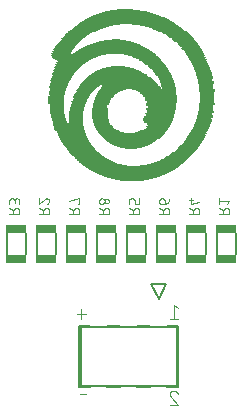
<source format=gbr>
G04 EAGLE Gerber RS-274X export*
G75*
%MOMM*%
%FSLAX34Y34*%
%LPD*%
%INSilkscreen Bottom*%
%IPPOS*%
%AMOC8*
5,1,8,0,0,1.08239X$1,22.5*%
G01*
%ADD10R,2.011681X0.083819*%
%ADD11R,2.849881X0.083819*%
%ADD12R,3.604256X0.083819*%
%ADD13R,4.191000X0.083819*%
%ADD14R,4.693919X0.083819*%
%ADD15R,5.113019X0.083819*%
%ADD16R,5.532119X0.083819*%
%ADD17R,5.867400X0.083819*%
%ADD18R,6.202681X0.083819*%
%ADD19R,6.537962X0.083819*%
%ADD20R,6.873238X0.083819*%
%ADD21R,7.208519X0.083819*%
%ADD22R,7.459981X0.083819*%
%ADD23R,7.711438X0.083819*%
%ADD24R,7.962900X0.083819*%
%ADD25R,3.771900X0.083819*%
%ADD26R,3.352800X0.083819*%
%ADD27R,2.933700X0.083819*%
%ADD28R,3.101338X0.083819*%
%ADD29R,2.766056X0.083819*%
%ADD30R,3.017519X0.083819*%
%ADD31R,2.514600X0.083819*%
%ADD32R,2.430781X0.083819*%
%ADD33R,2.263138X0.083819*%
%ADD34R,2.179319X0.083819*%
%ADD35R,2.682238X0.083819*%
%ADD36R,2.095500X0.083819*%
%ADD37R,2.598419X0.083819*%
%ADD38R,2.011675X0.083819*%
%ADD39R,1.927856X0.083819*%
%ADD40R,1.844037X0.083819*%
%ADD41R,1.760219X0.083819*%
%ADD42R,2.346956X0.083819*%
%ADD43R,2.430775X0.083819*%
%ADD44R,1.005837X0.083819*%
%ADD45R,1.676400X0.083819*%
%ADD46R,2.849875X0.083819*%
%ADD47R,2.346963X0.083819*%
%ADD48R,3.268981X0.083819*%
%ADD49R,1.592581X0.083819*%
%ADD50R,3.520438X0.083819*%
%ADD51R,1.592575X0.083819*%
%ADD52R,4.107181X0.083819*%
%ADD53R,1.508756X0.083819*%
%ADD54R,4.274819X0.083819*%
%ADD55R,4.442456X0.083819*%
%ADD56R,4.861563X0.083819*%
%ADD57R,1.508763X0.083819*%
%ADD58R,5.029200X0.083819*%
%ADD59R,5.196837X0.083819*%
%ADD60R,5.364481X0.083819*%
%ADD61R,1.424937X0.083819*%
%ADD62R,1.927863X0.083819*%
%ADD63R,1.341119X0.083819*%
%ADD64R,1.257300X0.083819*%
%ADD65R,1.173475X0.083819*%
%ADD66R,1.173481X0.083819*%
%ADD67R,3.436619X0.083819*%
%ADD68R,4.861556X0.083819*%
%ADD69R,4.777738X0.083819*%
%ADD70R,6.537956X0.083819*%
%ADD71R,6.370319X0.083819*%
%ADD72R,6.035038X0.083819*%
%ADD73R,5.699756X0.083819*%
%ADD74R,4.945375X0.083819*%
%ADD75R,4.107175X0.083819*%
%ADD76R,3.939538X0.083819*%
%ADD77R,3.688081X0.083819*%
%ADD78R,4.610100X0.083819*%
%ADD79R,6.621781X0.083819*%
%ADD80R,6.118863X0.083819*%
%ADD81R,5.615938X0.083819*%
%ADD82R,5.280663X0.083819*%
%ADD83R,4.945381X0.083819*%
%ADD84R,3.185156X0.083819*%
%ADD85R,0.670556X0.083819*%
%ADD86R,8.130538X0.083819*%
%ADD87R,7.879081X0.083819*%
%ADD88R,7.627619X0.083819*%
%ADD89R,7.292338X0.083819*%
%ADD90R,7.040881X0.083819*%
%ADD91R,6.705600X0.083819*%
%ADD92R,5.951219X0.083819*%
%ADD93C,0.152400*%
%ADD94R,1.750100X0.750100*%
%ADD95C,0.076200*%


D10*
X2553Y27940D03*
D11*
X2553Y28778D03*
D12*
X2972Y29616D03*
D13*
X2553Y30455D03*
D14*
X2553Y31293D03*
D15*
X2972Y32131D03*
D16*
X2553Y32969D03*
D17*
X2553Y33807D03*
D18*
X2553Y34646D03*
D19*
X2553Y35484D03*
D20*
X2553Y36322D03*
D21*
X2553Y37160D03*
D22*
X2972Y37998D03*
D23*
X2553Y38837D03*
D24*
X2972Y39675D03*
D25*
X-19660Y40513D03*
D26*
X26861Y40513D03*
X-22593Y41351D03*
D27*
X29794Y41351D03*
D28*
X-24689Y42189D03*
D29*
X32309Y42189D03*
D30*
X-26784Y43028D03*
D31*
X34404Y43028D03*
D27*
X-28042Y43866D03*
D32*
X35662Y43866D03*
D11*
X-29299Y44704D03*
D33*
X37338Y44704D03*
D29*
X-30556Y45542D03*
D34*
X38595Y45542D03*
D35*
X-31814Y46380D03*
D36*
X39853Y46380D03*
D37*
X-33071Y47219D03*
D38*
X41110Y47219D03*
D37*
X-33909Y48057D03*
D10*
X41948Y48057D03*
D31*
X-35166Y48895D03*
D39*
X43205Y48895D03*
D31*
X-36005Y49733D03*
D40*
X44463Y49733D03*
D31*
X-36843Y50571D03*
D40*
X45301Y50571D03*
D31*
X-37681Y51410D03*
D40*
X46139Y51410D03*
D32*
X-38938Y52248D03*
D41*
X47396Y52248D03*
D32*
X-39776Y53086D03*
D41*
X48235Y53086D03*
D42*
X-40196Y53924D03*
D41*
X49073Y53924D03*
D43*
X-40615Y54762D03*
D44*
X1714Y54762D03*
D41*
X49911Y54762D03*
D32*
X-41453Y55601D03*
D40*
X1714Y55601D03*
D45*
X50330Y55601D03*
D43*
X-42291Y56439D03*
D42*
X1714Y56439D03*
D45*
X51168Y56439D03*
D42*
X-42710Y57277D03*
D46*
X1714Y57277D03*
D45*
X52007Y57277D03*
D47*
X-43548Y58115D03*
D48*
X2134Y58115D03*
D49*
X52426Y58115D03*
D32*
X-43967Y58953D03*
D50*
X1714Y58953D03*
D49*
X53264Y58953D03*
D42*
X-44387Y59792D03*
D25*
X2134Y59792D03*
D51*
X54102Y59792D03*
D42*
X-45225Y60630D03*
D52*
X2134Y60630D03*
D53*
X54521Y60630D03*
D32*
X-45644Y61468D03*
D54*
X2134Y61468D03*
D53*
X55359Y61468D03*
D42*
X-46063Y62306D03*
D55*
X2134Y62306D03*
D51*
X55778Y62306D03*
D43*
X-46482Y63144D03*
D14*
X2553Y63144D03*
D53*
X56197Y63144D03*
D42*
X-46901Y63983D03*
D56*
X2553Y63983D03*
D57*
X57036Y63983D03*
D32*
X-47320Y64821D03*
D58*
X2553Y64821D03*
D57*
X57036Y64821D03*
D47*
X-47739Y65659D03*
D59*
X2553Y65659D03*
D53*
X57874Y65659D03*
D32*
X-48158Y66497D03*
D60*
X2553Y66497D03*
D61*
X58293Y66497D03*
D32*
X-48158Y67335D03*
D16*
X2553Y67335D03*
D53*
X58712Y67335D03*
D43*
X-48997Y68174D03*
D34*
X-15050Y68174D03*
D31*
X18479Y68174D03*
D61*
X59131Y68174D03*
D43*
X-48997Y69012D03*
D62*
X-16307Y69012D03*
D42*
X20155Y69012D03*
D61*
X59969Y69012D03*
D31*
X-49416Y69850D03*
D40*
X-17564Y69850D03*
D34*
X20993Y69850D03*
D61*
X59969Y69850D03*
D32*
X-49835Y70688D03*
D41*
X-17983Y70688D03*
D36*
X22250Y70688D03*
D63*
X60388Y70688D03*
D31*
X-50254Y71526D03*
D45*
X-19241Y71526D03*
D36*
X23089Y71526D03*
D61*
X60808Y71526D03*
D31*
X-50254Y72365D03*
D51*
X-19660Y72365D03*
D39*
X23927Y72365D03*
D63*
X61227Y72365D03*
D31*
X-50254Y73203D03*
D49*
X-20498Y73203D03*
D39*
X24765Y73203D03*
D61*
X61646Y73203D03*
D37*
X-50673Y74041D03*
D53*
X-20917Y74041D03*
D10*
X25184Y74041D03*
D63*
X62065Y74041D03*
D31*
X-51092Y74879D03*
D53*
X-21755Y74879D03*
D62*
X25603Y74879D03*
D63*
X62065Y74879D03*
D31*
X-51092Y75717D03*
D61*
X-22174Y75717D03*
D10*
X26022Y75717D03*
D61*
X62484Y75717D03*
D37*
X-51511Y76556D03*
D61*
X-22174Y76556D03*
D36*
X25603Y76556D03*
D63*
X62903Y76556D03*
D64*
X-58217Y77394D03*
X-44806Y77394D03*
D61*
X-23012Y77394D03*
D42*
X25184Y77394D03*
D63*
X62903Y77394D03*
D64*
X-58217Y78232D03*
D65*
X-44387Y78232D03*
D61*
X-23012Y78232D03*
D43*
X24765Y78232D03*
D63*
X63741Y78232D03*
D64*
X-59055Y79070D03*
D65*
X-44387Y79070D03*
D63*
X-23432Y79070D03*
D37*
X24765Y79070D03*
D63*
X63741Y79070D03*
D64*
X-59055Y79908D03*
D65*
X-44387Y79908D03*
D63*
X-23432Y79908D03*
D37*
X24765Y79908D03*
D63*
X63741Y79908D03*
D64*
X-59055Y80747D03*
D65*
X-44387Y80747D03*
D63*
X-24270Y80747D03*
D31*
X25184Y80747D03*
D64*
X64160Y80747D03*
D65*
X-59474Y81585D03*
X-44387Y81585D03*
D63*
X-24270Y81585D03*
D37*
X25603Y81585D03*
D63*
X64579Y81585D03*
D64*
X-59893Y82423D03*
D65*
X-44387Y82423D03*
D63*
X-24270Y82423D03*
D31*
X26022Y82423D03*
D63*
X64579Y82423D03*
D64*
X-59893Y83261D03*
D65*
X-44387Y83261D03*
D63*
X-24270Y83261D03*
D43*
X26441Y83261D03*
D63*
X64579Y83261D03*
D64*
X-59893Y84099D03*
D65*
X-44387Y84099D03*
D63*
X-24270Y84099D03*
D43*
X26441Y84099D03*
D64*
X64999Y84099D03*
D66*
X-60312Y84938D03*
D65*
X-44387Y84938D03*
D63*
X-24270Y84938D03*
D31*
X26861Y84938D03*
D64*
X64999Y84938D03*
D66*
X-60312Y85776D03*
D65*
X-44387Y85776D03*
D63*
X-24270Y85776D03*
D32*
X27280Y85776D03*
D63*
X65418Y85776D03*
D66*
X-60312Y86614D03*
D65*
X-44387Y86614D03*
D63*
X-24270Y86614D03*
D32*
X27280Y86614D03*
D63*
X65418Y86614D03*
D64*
X-60731Y87452D03*
X-43967Y87452D03*
D63*
X-24270Y87452D03*
D32*
X27280Y87452D03*
D64*
X65837Y87452D03*
X-60731Y88290D03*
X-43967Y88290D03*
D63*
X-24270Y88290D03*
D31*
X27699Y88290D03*
D64*
X65837Y88290D03*
X-60731Y89129D03*
D66*
X-43548Y89129D03*
D63*
X-24270Y89129D03*
D31*
X27699Y89129D03*
D64*
X65837Y89129D03*
X-60731Y89967D03*
D66*
X-43548Y89967D03*
D64*
X-23851Y89967D03*
D32*
X28118Y89967D03*
D64*
X65837Y89967D03*
X-60731Y90805D03*
X-43129Y90805D03*
X-23851Y90805D03*
D32*
X28118Y90805D03*
D64*
X65837Y90805D03*
X-60731Y91643D03*
X-43129Y91643D03*
X-23851Y91643D03*
D31*
X27699Y91643D03*
D64*
X65837Y91643D03*
X-60731Y92481D03*
D65*
X-42710Y92481D03*
D63*
X-23432Y92481D03*
D31*
X27699Y92481D03*
D63*
X66256Y92481D03*
X-61151Y93320D03*
D64*
X-42291Y93320D03*
D63*
X-23432Y93320D03*
D31*
X27699Y93320D03*
D63*
X66256Y93320D03*
X-61151Y94158D03*
D64*
X-42291Y94158D03*
D63*
X-22593Y94158D03*
D37*
X28118Y94158D03*
D64*
X66675Y94158D03*
D63*
X-61151Y94996D03*
X-41872Y94996D03*
X-22593Y94996D03*
D37*
X28118Y94996D03*
D64*
X66675Y94996D03*
D63*
X-61151Y95834D03*
D64*
X-41453Y95834D03*
D61*
X-22174Y95834D03*
D35*
X27699Y95834D03*
D64*
X66675Y95834D03*
D63*
X-61151Y96672D03*
D64*
X-41453Y96672D03*
D63*
X-21755Y96672D03*
D35*
X27699Y96672D03*
D64*
X66675Y96672D03*
D63*
X-61151Y97511D03*
D64*
X-40615Y97511D03*
D61*
X-21336Y97511D03*
D29*
X27280Y97511D03*
D64*
X66675Y97511D03*
D63*
X-61151Y98349D03*
X-40196Y98349D03*
D53*
X-20917Y98349D03*
D29*
X27280Y98349D03*
D64*
X66675Y98349D03*
D63*
X-61151Y99187D03*
X-40196Y99187D03*
D53*
X-20079Y99187D03*
D46*
X26860Y99187D03*
D64*
X66675Y99187D03*
X-60731Y100025D03*
D63*
X-39357Y100025D03*
D51*
X-19660Y100025D03*
D27*
X26441Y100025D03*
D64*
X66675Y100025D03*
D63*
X-60312Y100863D03*
X-39357Y100863D03*
D49*
X-18821Y100863D03*
D27*
X25603Y100863D03*
D64*
X66675Y100863D03*
D63*
X-60312Y101702D03*
X-38519Y101702D03*
D45*
X-18402Y101702D03*
D30*
X25184Y101702D03*
D64*
X66675Y101702D03*
D63*
X-60312Y102540D03*
D61*
X-38100Y102540D03*
D45*
X-17564Y102540D03*
D28*
X24765Y102540D03*
D64*
X66675Y102540D03*
D63*
X-60312Y103378D03*
D61*
X-37262Y103378D03*
D40*
X-16726Y103378D03*
D48*
X23927Y103378D03*
D63*
X66256Y103378D03*
D61*
X-59893Y104216D03*
D53*
X-36843Y104216D03*
D38*
X-15050Y104216D03*
D67*
X23089Y104216D03*
D63*
X66256Y104216D03*
D61*
X-59893Y105054D03*
D53*
X-36005Y105054D03*
D33*
X-12954Y105054D03*
D25*
X21412Y105054D03*
D63*
X66256Y105054D03*
D61*
X-59893Y105893D03*
D49*
X-35585Y105893D03*
D58*
X1715Y105893D03*
D64*
X33985Y105893D03*
X65837Y105893D03*
D53*
X-59474Y106731D03*
D49*
X-34747Y106731D03*
D58*
X1715Y106731D03*
D66*
X34404Y106731D03*
D64*
X65837Y106731D03*
D53*
X-59474Y107569D03*
D45*
X-33490Y107569D03*
D68*
X1714Y107569D03*
D66*
X33566Y107569D03*
D64*
X65837Y107569D03*
D51*
X-59055Y108407D03*
D41*
X-33071Y108407D03*
D69*
X1295Y108407D03*
D66*
X33566Y108407D03*
D64*
X65837Y108407D03*
D53*
X-58636Y109245D03*
D70*
X-8344Y109245D03*
D66*
X33566Y109245D03*
D64*
X65837Y109245D03*
D53*
X-58636Y110084D03*
D71*
X-8344Y110084D03*
D64*
X33147Y110084D03*
D63*
X65418Y110084D03*
D49*
X-58217Y110922D03*
D18*
X-8344Y110922D03*
D65*
X32728Y110922D03*
D63*
X65418Y110922D03*
D49*
X-58217Y111760D03*
D72*
X-8344Y111760D03*
D65*
X32728Y111760D03*
D63*
X65418Y111760D03*
D45*
X-57798Y112598D03*
D17*
X-8344Y112598D03*
D64*
X32309Y112598D03*
X64999Y112598D03*
D45*
X-56960Y113436D03*
D73*
X-8344Y113436D03*
D66*
X31890Y113436D03*
D64*
X64999Y113436D03*
D45*
X-56960Y114275D03*
D16*
X-8344Y114275D03*
D64*
X31471Y114275D03*
D63*
X64579Y114275D03*
D41*
X-56540Y115113D03*
D60*
X-8344Y115113D03*
D64*
X30632Y115113D03*
D63*
X64579Y115113D03*
D41*
X-56540Y115951D03*
D15*
X-8763Y115951D03*
D64*
X30632Y115951D03*
D63*
X64579Y115951D03*
D41*
X-55702Y116789D03*
D74*
X-8763Y116789D03*
D63*
X30213Y116789D03*
X63741Y116789D03*
D40*
X-55283Y117627D03*
D14*
X-8344Y117627D03*
D63*
X29375Y117627D03*
X63741Y117627D03*
D40*
X-55283Y118466D03*
D55*
X-8763Y118466D03*
D63*
X29375Y118466D03*
X63741Y118466D03*
D39*
X-54864Y119304D03*
D75*
X-8763Y119304D03*
D63*
X28537Y119304D03*
X63741Y119304D03*
D62*
X-54026Y120142D03*
D76*
X-8763Y120142D03*
D63*
X27699Y120142D03*
X62903Y120142D03*
D10*
X-53607Y120980D03*
D50*
X-9182Y120980D03*
D61*
X27280Y120980D03*
D63*
X62903Y120980D03*
D36*
X-53188Y121818D03*
D28*
X-8763Y121818D03*
D61*
X26441Y121818D03*
X62484Y121818D03*
D36*
X-52349Y122657D03*
D35*
X-9182Y122657D03*
D53*
X26022Y122657D03*
D63*
X62065Y122657D03*
D34*
X-51930Y123495D03*
D36*
X-8763Y123495D03*
D53*
X25184Y123495D03*
D63*
X62065Y123495D03*
D33*
X-51511Y124333D03*
D64*
X-8763Y124333D03*
D53*
X24346Y124333D03*
D61*
X61646Y124333D03*
D33*
X-50673Y125171D03*
D49*
X23927Y125171D03*
D63*
X61227Y125171D03*
D42*
X-50254Y126009D03*
D45*
X22670Y126009D03*
D61*
X60808Y126009D03*
D43*
X-48997Y126848D03*
D45*
X21831Y126848D03*
D61*
X60808Y126848D03*
D31*
X-48578Y127686D03*
D45*
X20993Y127686D03*
D61*
X59969Y127686D03*
D37*
X-47320Y128524D03*
D41*
X19736Y128524D03*
D61*
X59969Y128524D03*
D29*
X-47320Y129362D03*
D40*
X18478Y129362D03*
D61*
X59131Y129362D03*
D30*
X-46901Y130200D03*
D39*
X18059Y130200D03*
D53*
X58712Y130200D03*
D26*
X-46901Y131039D03*
D10*
X16802Y131039D03*
D61*
X58293Y131039D03*
D77*
X-46063Y131877D03*
D34*
X15126Y131877D03*
D53*
X57874Y131877D03*
D76*
X-45644Y132715D03*
D33*
X13868Y132715D03*
D61*
X57455Y132715D03*
D54*
X-44806Y133553D03*
D32*
X11354Y133553D03*
D57*
X57036Y133553D03*
D78*
X-42291Y134391D03*
D35*
X9258Y134391D03*
D53*
X56197Y134391D03*
D45*
X-56960Y135230D03*
D20*
X-12535Y135230D03*
D51*
X55778Y135230D03*
D49*
X-56540Y136068D03*
D79*
X-12116Y136068D03*
D53*
X55359Y136068D03*
D45*
X-56121Y136906D03*
D71*
X-12535Y136906D03*
D49*
X54940Y136906D03*
X-55702Y137744D03*
D80*
X-12116Y137744D03*
D51*
X54102Y137744D03*
D45*
X-55283Y138582D03*
D17*
X-12535Y138582D03*
D45*
X53683Y138582D03*
X-54445Y139421D03*
D81*
X-12116Y139421D03*
D45*
X52845Y139421D03*
X-53607Y140259D03*
D82*
X-12116Y140259D03*
D49*
X52426Y140259D03*
D45*
X-53607Y141097D03*
D83*
X-12116Y141097D03*
D45*
X52007Y141097D03*
X-52769Y141935D03*
D78*
X-12116Y141935D03*
D45*
X51168Y141935D03*
X-51930Y142773D03*
D13*
X-11697Y142773D03*
D45*
X50330Y142773D03*
D41*
X-51511Y143612D03*
D77*
X-11697Y143612D03*
D41*
X49911Y143612D03*
X-50673Y144450D03*
D84*
X-11697Y144450D03*
D41*
X49073Y144450D03*
X-49835Y145288D03*
D35*
X-11697Y145288D03*
D40*
X47815Y145288D03*
D41*
X-48997Y146126D03*
D39*
X-11278Y146126D03*
D40*
X46977Y146126D03*
D41*
X-48158Y146964D03*
D85*
X-10859Y146964D03*
D40*
X46139Y146964D03*
X-47739Y147803D03*
D39*
X45720Y147803D03*
X-46482Y148641D03*
D10*
X44463Y148641D03*
D62*
X-45644Y149479D03*
D38*
X43624Y149479D03*
D39*
X-44806Y150317D03*
D10*
X42786Y150317D03*
X-43548Y151155D03*
D36*
X41529Y151155D03*
D38*
X-42710Y151994D03*
D34*
X40272Y151994D03*
D36*
X-41453Y152832D03*
D34*
X39433Y152832D03*
X-40196Y153670D03*
D33*
X38176Y153670D03*
X-38938Y154508D03*
D42*
X36919Y154508D03*
X-37681Y155346D03*
X35242Y155346D03*
D43*
X-36424Y156185D03*
D31*
X33566Y156185D03*
D37*
X-34747Y157023D03*
X32309Y157023D03*
D35*
X-32652Y157861D03*
D29*
X30632Y157861D03*
D11*
X-30975Y158699D03*
D27*
X28118Y158699D03*
D28*
X-28880Y159537D03*
D84*
X26022Y159537D03*
D50*
X-25108Y160376D03*
D77*
X21831Y160376D03*
D86*
X-1219Y161214D03*
D87*
X-1638Y162052D03*
D88*
X-1219Y162890D03*
D89*
X-1219Y163728D03*
D90*
X-1638Y164567D03*
D91*
X-1638Y165405D03*
D71*
X-1638Y166243D03*
D92*
X-2057Y167081D03*
D81*
X-2057Y167919D03*
D15*
X-2057Y168758D03*
D78*
X-2057Y169596D03*
D52*
X-2057Y170434D03*
D50*
X-2477Y171272D03*
D37*
X-2896Y172110D03*
D63*
X-3315Y172949D03*
D93*
X74550Y-16270D02*
X74550Y-34280D01*
X90550Y-34280D02*
X90550Y-16270D01*
D94*
X82563Y-12641D03*
X82563Y-38041D03*
D95*
X84963Y381D02*
X76581Y381D01*
X84963Y381D02*
X84963Y2709D01*
X84961Y2804D01*
X84955Y2899D01*
X84946Y2993D01*
X84932Y3087D01*
X84915Y3181D01*
X84894Y3273D01*
X84869Y3365D01*
X84840Y3455D01*
X84808Y3545D01*
X84772Y3633D01*
X84732Y3719D01*
X84690Y3804D01*
X84643Y3887D01*
X84593Y3968D01*
X84540Y4046D01*
X84484Y4123D01*
X84425Y4197D01*
X84363Y4269D01*
X84298Y4338D01*
X84230Y4405D01*
X84160Y4468D01*
X84086Y4529D01*
X84011Y4587D01*
X83933Y4641D01*
X83853Y4693D01*
X83771Y4741D01*
X83688Y4785D01*
X83602Y4827D01*
X83515Y4864D01*
X83426Y4898D01*
X83336Y4929D01*
X83245Y4956D01*
X83153Y4979D01*
X83060Y4998D01*
X82966Y5013D01*
X82872Y5025D01*
X82777Y5033D01*
X82682Y5037D01*
X82588Y5037D01*
X82493Y5033D01*
X82398Y5025D01*
X82304Y5013D01*
X82210Y4998D01*
X82117Y4979D01*
X82025Y4956D01*
X81934Y4929D01*
X81844Y4898D01*
X81755Y4864D01*
X81668Y4827D01*
X81582Y4785D01*
X81499Y4741D01*
X81417Y4693D01*
X81337Y4641D01*
X81259Y4587D01*
X81184Y4529D01*
X81110Y4468D01*
X81040Y4405D01*
X80972Y4338D01*
X80907Y4269D01*
X80845Y4197D01*
X80786Y4123D01*
X80730Y4046D01*
X80677Y3968D01*
X80627Y3887D01*
X80580Y3804D01*
X80538Y3719D01*
X80498Y3633D01*
X80462Y3545D01*
X80430Y3455D01*
X80401Y3365D01*
X80376Y3273D01*
X80355Y3181D01*
X80338Y3087D01*
X80324Y2993D01*
X80315Y2899D01*
X80309Y2804D01*
X80307Y2709D01*
X80306Y2709D02*
X80306Y381D01*
X80306Y3175D02*
X76581Y5038D01*
X83100Y8556D02*
X84963Y10885D01*
X76581Y10885D01*
X76581Y13213D02*
X76581Y8556D01*
D93*
X-77850Y-16270D02*
X-77850Y-34280D01*
X-61850Y-34280D02*
X-61850Y-16270D01*
D94*
X-69838Y-12641D03*
X-69838Y-38041D03*
D95*
X-67437Y381D02*
X-75819Y381D01*
X-67437Y381D02*
X-67437Y2709D01*
X-67439Y2804D01*
X-67445Y2899D01*
X-67454Y2993D01*
X-67468Y3087D01*
X-67485Y3181D01*
X-67506Y3273D01*
X-67531Y3365D01*
X-67560Y3455D01*
X-67592Y3545D01*
X-67628Y3633D01*
X-67668Y3719D01*
X-67710Y3804D01*
X-67757Y3887D01*
X-67807Y3968D01*
X-67860Y4046D01*
X-67916Y4123D01*
X-67975Y4197D01*
X-68037Y4269D01*
X-68102Y4338D01*
X-68170Y4405D01*
X-68240Y4468D01*
X-68314Y4529D01*
X-68389Y4587D01*
X-68467Y4641D01*
X-68547Y4693D01*
X-68629Y4741D01*
X-68712Y4785D01*
X-68798Y4827D01*
X-68885Y4864D01*
X-68974Y4898D01*
X-69064Y4929D01*
X-69155Y4956D01*
X-69247Y4979D01*
X-69340Y4998D01*
X-69434Y5013D01*
X-69528Y5025D01*
X-69623Y5033D01*
X-69718Y5037D01*
X-69812Y5037D01*
X-69907Y5033D01*
X-70002Y5025D01*
X-70096Y5013D01*
X-70190Y4998D01*
X-70283Y4979D01*
X-70375Y4956D01*
X-70466Y4929D01*
X-70556Y4898D01*
X-70645Y4864D01*
X-70732Y4827D01*
X-70818Y4785D01*
X-70901Y4741D01*
X-70983Y4693D01*
X-71063Y4641D01*
X-71141Y4587D01*
X-71216Y4529D01*
X-71290Y4468D01*
X-71360Y4405D01*
X-71428Y4338D01*
X-71493Y4269D01*
X-71555Y4197D01*
X-71614Y4123D01*
X-71670Y4046D01*
X-71723Y3968D01*
X-71773Y3887D01*
X-71820Y3804D01*
X-71862Y3719D01*
X-71902Y3633D01*
X-71938Y3545D01*
X-71970Y3455D01*
X-71999Y3365D01*
X-72024Y3273D01*
X-72045Y3181D01*
X-72062Y3087D01*
X-72076Y2993D01*
X-72085Y2899D01*
X-72091Y2804D01*
X-72093Y2709D01*
X-72094Y2709D02*
X-72094Y381D01*
X-72094Y3175D02*
X-75819Y5038D01*
X-69533Y13214D02*
X-69444Y13212D01*
X-69355Y13206D01*
X-69267Y13197D01*
X-69179Y13184D01*
X-69091Y13167D01*
X-69005Y13146D01*
X-68919Y13122D01*
X-68835Y13094D01*
X-68751Y13063D01*
X-68670Y13028D01*
X-68589Y12990D01*
X-68511Y12948D01*
X-68434Y12903D01*
X-68359Y12855D01*
X-68287Y12803D01*
X-68216Y12749D01*
X-68148Y12691D01*
X-68083Y12631D01*
X-68020Y12568D01*
X-67960Y12503D01*
X-67902Y12435D01*
X-67848Y12364D01*
X-67796Y12292D01*
X-67748Y12217D01*
X-67703Y12140D01*
X-67661Y12062D01*
X-67623Y11981D01*
X-67588Y11900D01*
X-67557Y11816D01*
X-67529Y11732D01*
X-67505Y11646D01*
X-67484Y11560D01*
X-67467Y11472D01*
X-67454Y11384D01*
X-67445Y11296D01*
X-67439Y11207D01*
X-67437Y11118D01*
X-67439Y11015D01*
X-67445Y10913D01*
X-67455Y10811D01*
X-67468Y10709D01*
X-67486Y10608D01*
X-67507Y10508D01*
X-67532Y10408D01*
X-67561Y10310D01*
X-67594Y10213D01*
X-67630Y10117D01*
X-67670Y10022D01*
X-67714Y9929D01*
X-67761Y9838D01*
X-67811Y9749D01*
X-67865Y9662D01*
X-67922Y9576D01*
X-67982Y9493D01*
X-68046Y9413D01*
X-68112Y9335D01*
X-68182Y9259D01*
X-68254Y9186D01*
X-68329Y9116D01*
X-68407Y9049D01*
X-68487Y8985D01*
X-68569Y8924D01*
X-68654Y8866D01*
X-68741Y8812D01*
X-68830Y8760D01*
X-68920Y8713D01*
X-69013Y8668D01*
X-69107Y8628D01*
X-69203Y8590D01*
X-69300Y8557D01*
X-71163Y12514D02*
X-71099Y12579D01*
X-71032Y12641D01*
X-70963Y12700D01*
X-70891Y12757D01*
X-70818Y12810D01*
X-70742Y12861D01*
X-70664Y12908D01*
X-70584Y12952D01*
X-70503Y12993D01*
X-70420Y13031D01*
X-70335Y13065D01*
X-70249Y13096D01*
X-70162Y13123D01*
X-70074Y13147D01*
X-69986Y13167D01*
X-69896Y13184D01*
X-69806Y13196D01*
X-69715Y13206D01*
X-69624Y13211D01*
X-69533Y13213D01*
X-71162Y12515D02*
X-75819Y8556D01*
X-75819Y13213D01*
D93*
X-103250Y-16270D02*
X-103250Y-34280D01*
X-87250Y-34280D02*
X-87250Y-16270D01*
D94*
X-95238Y-12641D03*
X-95238Y-38041D03*
D95*
X-92837Y381D02*
X-101219Y381D01*
X-92837Y381D02*
X-92837Y2709D01*
X-92839Y2804D01*
X-92845Y2899D01*
X-92854Y2993D01*
X-92868Y3087D01*
X-92885Y3181D01*
X-92906Y3273D01*
X-92931Y3365D01*
X-92960Y3455D01*
X-92992Y3545D01*
X-93028Y3633D01*
X-93068Y3719D01*
X-93110Y3804D01*
X-93157Y3887D01*
X-93207Y3968D01*
X-93260Y4046D01*
X-93316Y4123D01*
X-93375Y4197D01*
X-93437Y4269D01*
X-93502Y4338D01*
X-93570Y4405D01*
X-93640Y4468D01*
X-93714Y4529D01*
X-93789Y4587D01*
X-93867Y4641D01*
X-93947Y4693D01*
X-94029Y4741D01*
X-94112Y4785D01*
X-94198Y4827D01*
X-94285Y4864D01*
X-94374Y4898D01*
X-94464Y4929D01*
X-94555Y4956D01*
X-94647Y4979D01*
X-94740Y4998D01*
X-94834Y5013D01*
X-94928Y5025D01*
X-95023Y5033D01*
X-95118Y5037D01*
X-95212Y5037D01*
X-95307Y5033D01*
X-95402Y5025D01*
X-95496Y5013D01*
X-95590Y4998D01*
X-95683Y4979D01*
X-95775Y4956D01*
X-95866Y4929D01*
X-95956Y4898D01*
X-96045Y4864D01*
X-96132Y4827D01*
X-96218Y4785D01*
X-96301Y4741D01*
X-96383Y4693D01*
X-96463Y4641D01*
X-96541Y4587D01*
X-96616Y4529D01*
X-96690Y4468D01*
X-96760Y4405D01*
X-96828Y4338D01*
X-96893Y4269D01*
X-96955Y4197D01*
X-97014Y4123D01*
X-97070Y4046D01*
X-97123Y3968D01*
X-97173Y3887D01*
X-97220Y3804D01*
X-97262Y3719D01*
X-97302Y3633D01*
X-97338Y3545D01*
X-97370Y3455D01*
X-97399Y3365D01*
X-97424Y3273D01*
X-97445Y3181D01*
X-97462Y3087D01*
X-97476Y2993D01*
X-97485Y2899D01*
X-97491Y2804D01*
X-97493Y2709D01*
X-97494Y2709D02*
X-97494Y381D01*
X-97494Y3175D02*
X-101219Y5038D01*
X-101219Y8556D02*
X-101219Y10885D01*
X-101217Y10980D01*
X-101211Y11075D01*
X-101202Y11169D01*
X-101188Y11263D01*
X-101171Y11357D01*
X-101150Y11449D01*
X-101125Y11541D01*
X-101096Y11631D01*
X-101064Y11721D01*
X-101028Y11809D01*
X-100988Y11895D01*
X-100946Y11980D01*
X-100899Y12063D01*
X-100849Y12144D01*
X-100796Y12222D01*
X-100740Y12299D01*
X-100681Y12373D01*
X-100619Y12445D01*
X-100554Y12514D01*
X-100486Y12581D01*
X-100416Y12644D01*
X-100342Y12705D01*
X-100267Y12763D01*
X-100189Y12817D01*
X-100109Y12869D01*
X-100027Y12917D01*
X-99944Y12961D01*
X-99858Y13003D01*
X-99771Y13040D01*
X-99682Y13074D01*
X-99592Y13105D01*
X-99501Y13132D01*
X-99409Y13155D01*
X-99316Y13174D01*
X-99222Y13189D01*
X-99128Y13201D01*
X-99033Y13209D01*
X-98938Y13213D01*
X-98844Y13213D01*
X-98749Y13209D01*
X-98654Y13201D01*
X-98560Y13189D01*
X-98466Y13174D01*
X-98373Y13155D01*
X-98281Y13132D01*
X-98190Y13105D01*
X-98100Y13074D01*
X-98011Y13040D01*
X-97924Y13003D01*
X-97838Y12961D01*
X-97755Y12917D01*
X-97673Y12869D01*
X-97593Y12817D01*
X-97515Y12763D01*
X-97440Y12705D01*
X-97366Y12644D01*
X-97296Y12581D01*
X-97228Y12514D01*
X-97163Y12445D01*
X-97101Y12373D01*
X-97042Y12299D01*
X-96986Y12222D01*
X-96933Y12144D01*
X-96883Y12063D01*
X-96836Y11980D01*
X-96794Y11895D01*
X-96754Y11809D01*
X-96718Y11721D01*
X-96686Y11631D01*
X-96657Y11541D01*
X-96632Y11449D01*
X-96611Y11357D01*
X-96594Y11263D01*
X-96580Y11169D01*
X-96571Y11075D01*
X-96565Y10980D01*
X-96563Y10885D01*
X-92837Y11350D02*
X-92837Y8556D01*
X-92837Y11350D02*
X-92839Y11435D01*
X-92845Y11519D01*
X-92854Y11604D01*
X-92868Y11687D01*
X-92885Y11770D01*
X-92906Y11853D01*
X-92931Y11934D01*
X-92959Y12014D01*
X-92991Y12092D01*
X-93027Y12169D01*
X-93066Y12245D01*
X-93108Y12318D01*
X-93154Y12389D01*
X-93203Y12459D01*
X-93255Y12526D01*
X-93310Y12590D01*
X-93368Y12652D01*
X-93428Y12712D01*
X-93492Y12768D01*
X-93557Y12822D01*
X-93626Y12872D01*
X-93696Y12919D01*
X-93769Y12963D01*
X-93843Y13004D01*
X-93919Y13041D01*
X-93997Y13075D01*
X-94076Y13105D01*
X-94157Y13132D01*
X-94238Y13155D01*
X-94321Y13174D01*
X-94404Y13189D01*
X-94488Y13201D01*
X-94573Y13209D01*
X-94658Y13213D01*
X-94742Y13213D01*
X-94827Y13209D01*
X-94912Y13201D01*
X-94996Y13189D01*
X-95079Y13174D01*
X-95162Y13155D01*
X-95243Y13132D01*
X-95324Y13105D01*
X-95403Y13075D01*
X-95481Y13041D01*
X-95557Y13004D01*
X-95632Y12963D01*
X-95704Y12919D01*
X-95774Y12872D01*
X-95843Y12822D01*
X-95908Y12768D01*
X-95972Y12712D01*
X-96032Y12652D01*
X-96090Y12590D01*
X-96145Y12526D01*
X-96197Y12459D01*
X-96246Y12389D01*
X-96292Y12318D01*
X-96334Y12245D01*
X-96373Y12169D01*
X-96409Y12092D01*
X-96441Y12014D01*
X-96469Y11934D01*
X-96494Y11853D01*
X-96515Y11770D01*
X-96532Y11687D01*
X-96546Y11604D01*
X-96555Y11519D01*
X-96561Y11435D01*
X-96563Y11350D01*
X-96562Y11350D02*
X-96562Y9488D01*
D93*
X49150Y-16270D02*
X49150Y-34280D01*
X65150Y-34280D02*
X65150Y-16270D01*
D94*
X57163Y-12641D03*
X57163Y-38041D03*
D95*
X59563Y381D02*
X51181Y381D01*
X59563Y381D02*
X59563Y2709D01*
X59561Y2804D01*
X59555Y2899D01*
X59546Y2993D01*
X59532Y3087D01*
X59515Y3181D01*
X59494Y3273D01*
X59469Y3365D01*
X59440Y3455D01*
X59408Y3545D01*
X59372Y3633D01*
X59332Y3719D01*
X59290Y3804D01*
X59243Y3887D01*
X59193Y3968D01*
X59140Y4046D01*
X59084Y4123D01*
X59025Y4197D01*
X58963Y4269D01*
X58898Y4338D01*
X58830Y4405D01*
X58760Y4468D01*
X58686Y4529D01*
X58611Y4587D01*
X58533Y4641D01*
X58453Y4693D01*
X58371Y4741D01*
X58288Y4785D01*
X58202Y4827D01*
X58115Y4864D01*
X58026Y4898D01*
X57936Y4929D01*
X57845Y4956D01*
X57753Y4979D01*
X57660Y4998D01*
X57566Y5013D01*
X57472Y5025D01*
X57377Y5033D01*
X57282Y5037D01*
X57188Y5037D01*
X57093Y5033D01*
X56998Y5025D01*
X56904Y5013D01*
X56810Y4998D01*
X56717Y4979D01*
X56625Y4956D01*
X56534Y4929D01*
X56444Y4898D01*
X56355Y4864D01*
X56268Y4827D01*
X56182Y4785D01*
X56099Y4741D01*
X56017Y4693D01*
X55937Y4641D01*
X55859Y4587D01*
X55784Y4529D01*
X55710Y4468D01*
X55640Y4405D01*
X55572Y4338D01*
X55507Y4269D01*
X55445Y4197D01*
X55386Y4123D01*
X55330Y4046D01*
X55277Y3968D01*
X55227Y3887D01*
X55180Y3804D01*
X55138Y3719D01*
X55098Y3633D01*
X55062Y3545D01*
X55030Y3455D01*
X55001Y3365D01*
X54976Y3273D01*
X54955Y3181D01*
X54938Y3087D01*
X54924Y2993D01*
X54915Y2899D01*
X54909Y2804D01*
X54907Y2709D01*
X54906Y2709D02*
X54906Y381D01*
X54906Y3175D02*
X51181Y5038D01*
X53044Y8556D02*
X59563Y10419D01*
X53044Y8556D02*
X53044Y13213D01*
X54906Y11816D02*
X51181Y11816D01*
D93*
X-1650Y-16270D02*
X-1650Y-34280D01*
X14350Y-34280D02*
X14350Y-16270D01*
D94*
X6363Y-12641D03*
X6363Y-38041D03*
D95*
X8763Y381D02*
X381Y381D01*
X8763Y381D02*
X8763Y2709D01*
X8761Y2804D01*
X8755Y2899D01*
X8746Y2993D01*
X8732Y3087D01*
X8715Y3181D01*
X8694Y3273D01*
X8669Y3365D01*
X8640Y3455D01*
X8608Y3545D01*
X8572Y3633D01*
X8532Y3719D01*
X8490Y3804D01*
X8443Y3887D01*
X8393Y3968D01*
X8340Y4046D01*
X8284Y4123D01*
X8225Y4197D01*
X8163Y4269D01*
X8098Y4338D01*
X8030Y4405D01*
X7960Y4468D01*
X7886Y4529D01*
X7811Y4587D01*
X7733Y4641D01*
X7653Y4693D01*
X7571Y4741D01*
X7488Y4785D01*
X7402Y4827D01*
X7315Y4864D01*
X7226Y4898D01*
X7136Y4929D01*
X7045Y4956D01*
X6953Y4979D01*
X6860Y4998D01*
X6766Y5013D01*
X6672Y5025D01*
X6577Y5033D01*
X6482Y5037D01*
X6388Y5037D01*
X6293Y5033D01*
X6198Y5025D01*
X6104Y5013D01*
X6010Y4998D01*
X5917Y4979D01*
X5825Y4956D01*
X5734Y4929D01*
X5644Y4898D01*
X5555Y4864D01*
X5468Y4827D01*
X5382Y4785D01*
X5299Y4741D01*
X5217Y4693D01*
X5137Y4641D01*
X5059Y4587D01*
X4984Y4529D01*
X4910Y4468D01*
X4840Y4405D01*
X4772Y4338D01*
X4707Y4269D01*
X4645Y4197D01*
X4586Y4123D01*
X4530Y4046D01*
X4477Y3968D01*
X4427Y3887D01*
X4380Y3804D01*
X4338Y3719D01*
X4298Y3633D01*
X4262Y3545D01*
X4230Y3455D01*
X4201Y3365D01*
X4176Y3273D01*
X4155Y3181D01*
X4138Y3087D01*
X4124Y2993D01*
X4115Y2899D01*
X4109Y2804D01*
X4107Y2709D01*
X4106Y2709D02*
X4106Y381D01*
X4106Y3175D02*
X381Y5038D01*
X381Y8556D02*
X381Y11350D01*
X383Y11434D01*
X389Y11517D01*
X398Y11600D01*
X411Y11683D01*
X428Y11765D01*
X448Y11846D01*
X472Y11926D01*
X500Y12005D01*
X531Y12082D01*
X565Y12158D01*
X603Y12233D01*
X645Y12306D01*
X689Y12376D01*
X737Y12445D01*
X787Y12512D01*
X841Y12576D01*
X897Y12637D01*
X957Y12697D01*
X1018Y12753D01*
X1082Y12807D01*
X1149Y12857D01*
X1218Y12905D01*
X1288Y12949D01*
X1361Y12991D01*
X1436Y13029D01*
X1512Y13063D01*
X1589Y13094D01*
X1668Y13122D01*
X1748Y13146D01*
X1829Y13166D01*
X1911Y13183D01*
X1994Y13196D01*
X2077Y13206D01*
X2160Y13211D01*
X2244Y13213D01*
X3175Y13213D01*
X3259Y13211D01*
X3342Y13206D01*
X3425Y13196D01*
X3508Y13183D01*
X3590Y13166D01*
X3671Y13146D01*
X3751Y13122D01*
X3830Y13094D01*
X3907Y13063D01*
X3983Y13029D01*
X4058Y12991D01*
X4131Y12949D01*
X4201Y12905D01*
X4270Y12857D01*
X4337Y12807D01*
X4401Y12753D01*
X4462Y12697D01*
X4522Y12637D01*
X4578Y12576D01*
X4632Y12512D01*
X4682Y12445D01*
X4730Y12376D01*
X4774Y12306D01*
X4816Y12233D01*
X4854Y12158D01*
X4888Y12082D01*
X4919Y12005D01*
X4947Y11926D01*
X4971Y11846D01*
X4991Y11765D01*
X5008Y11683D01*
X5021Y11600D01*
X5031Y11517D01*
X5036Y11434D01*
X5038Y11350D01*
X5038Y8556D01*
X8763Y8556D01*
X8763Y13213D01*
D93*
X23750Y-16270D02*
X23750Y-34280D01*
X39750Y-34280D02*
X39750Y-16270D01*
D94*
X31763Y-12641D03*
X31763Y-38041D03*
D95*
X34163Y381D02*
X25781Y381D01*
X34163Y381D02*
X34163Y2709D01*
X34161Y2804D01*
X34155Y2899D01*
X34146Y2993D01*
X34132Y3087D01*
X34115Y3181D01*
X34094Y3273D01*
X34069Y3365D01*
X34040Y3455D01*
X34008Y3545D01*
X33972Y3633D01*
X33932Y3719D01*
X33890Y3804D01*
X33843Y3887D01*
X33793Y3968D01*
X33740Y4046D01*
X33684Y4123D01*
X33625Y4197D01*
X33563Y4269D01*
X33498Y4338D01*
X33430Y4405D01*
X33360Y4468D01*
X33286Y4529D01*
X33211Y4587D01*
X33133Y4641D01*
X33053Y4693D01*
X32971Y4741D01*
X32888Y4785D01*
X32802Y4827D01*
X32715Y4864D01*
X32626Y4898D01*
X32536Y4929D01*
X32445Y4956D01*
X32353Y4979D01*
X32260Y4998D01*
X32166Y5013D01*
X32072Y5025D01*
X31977Y5033D01*
X31882Y5037D01*
X31788Y5037D01*
X31693Y5033D01*
X31598Y5025D01*
X31504Y5013D01*
X31410Y4998D01*
X31317Y4979D01*
X31225Y4956D01*
X31134Y4929D01*
X31044Y4898D01*
X30955Y4864D01*
X30868Y4827D01*
X30782Y4785D01*
X30699Y4741D01*
X30617Y4693D01*
X30537Y4641D01*
X30459Y4587D01*
X30384Y4529D01*
X30310Y4468D01*
X30240Y4405D01*
X30172Y4338D01*
X30107Y4269D01*
X30045Y4197D01*
X29986Y4123D01*
X29930Y4046D01*
X29877Y3968D01*
X29827Y3887D01*
X29780Y3804D01*
X29738Y3719D01*
X29698Y3633D01*
X29662Y3545D01*
X29630Y3455D01*
X29601Y3365D01*
X29576Y3273D01*
X29555Y3181D01*
X29538Y3087D01*
X29524Y2993D01*
X29515Y2899D01*
X29509Y2804D01*
X29507Y2709D01*
X29506Y2709D02*
X29506Y381D01*
X29506Y3175D02*
X25781Y5038D01*
X30438Y8556D02*
X30438Y11350D01*
X30436Y11434D01*
X30431Y11517D01*
X30421Y11600D01*
X30408Y11683D01*
X30391Y11765D01*
X30371Y11846D01*
X30347Y11926D01*
X30319Y12005D01*
X30288Y12082D01*
X30254Y12158D01*
X30216Y12233D01*
X30174Y12306D01*
X30130Y12376D01*
X30082Y12445D01*
X30032Y12512D01*
X29978Y12576D01*
X29922Y12637D01*
X29862Y12697D01*
X29801Y12753D01*
X29737Y12807D01*
X29670Y12857D01*
X29601Y12905D01*
X29531Y12949D01*
X29458Y12991D01*
X29383Y13029D01*
X29307Y13063D01*
X29230Y13094D01*
X29151Y13122D01*
X29071Y13146D01*
X28990Y13166D01*
X28908Y13183D01*
X28825Y13196D01*
X28742Y13206D01*
X28659Y13211D01*
X28575Y13213D01*
X28109Y13213D01*
X28014Y13211D01*
X27919Y13205D01*
X27825Y13196D01*
X27731Y13182D01*
X27637Y13165D01*
X27545Y13144D01*
X27453Y13119D01*
X27363Y13090D01*
X27273Y13058D01*
X27185Y13022D01*
X27099Y12982D01*
X27014Y12940D01*
X26931Y12893D01*
X26850Y12843D01*
X26772Y12790D01*
X26695Y12734D01*
X26621Y12675D01*
X26549Y12613D01*
X26480Y12548D01*
X26413Y12480D01*
X26350Y12410D01*
X26289Y12336D01*
X26231Y12261D01*
X26177Y12183D01*
X26125Y12103D01*
X26077Y12021D01*
X26033Y11938D01*
X25991Y11852D01*
X25954Y11765D01*
X25920Y11676D01*
X25889Y11586D01*
X25862Y11495D01*
X25839Y11403D01*
X25820Y11310D01*
X25805Y11216D01*
X25793Y11122D01*
X25785Y11027D01*
X25781Y10932D01*
X25781Y10838D01*
X25785Y10743D01*
X25793Y10648D01*
X25805Y10554D01*
X25820Y10460D01*
X25839Y10367D01*
X25862Y10275D01*
X25889Y10184D01*
X25920Y10094D01*
X25954Y10005D01*
X25991Y9918D01*
X26033Y9832D01*
X26077Y9749D01*
X26125Y9667D01*
X26177Y9587D01*
X26231Y9509D01*
X26289Y9434D01*
X26350Y9360D01*
X26413Y9290D01*
X26480Y9222D01*
X26549Y9157D01*
X26621Y9095D01*
X26695Y9036D01*
X26772Y8980D01*
X26850Y8927D01*
X26931Y8877D01*
X27014Y8830D01*
X27099Y8788D01*
X27185Y8748D01*
X27273Y8712D01*
X27363Y8680D01*
X27453Y8651D01*
X27545Y8626D01*
X27637Y8605D01*
X27731Y8588D01*
X27825Y8574D01*
X27919Y8565D01*
X28014Y8559D01*
X28109Y8557D01*
X28109Y8556D02*
X30438Y8556D01*
X30438Y8557D02*
X30560Y8559D01*
X30682Y8565D01*
X30803Y8575D01*
X30924Y8589D01*
X31045Y8607D01*
X31165Y8629D01*
X31284Y8654D01*
X31402Y8684D01*
X31519Y8717D01*
X31635Y8755D01*
X31750Y8796D01*
X31863Y8841D01*
X31975Y8889D01*
X32086Y8941D01*
X32194Y8997D01*
X32300Y9056D01*
X32405Y9119D01*
X32507Y9185D01*
X32608Y9254D01*
X32706Y9327D01*
X32801Y9403D01*
X32894Y9481D01*
X32984Y9563D01*
X33072Y9648D01*
X33157Y9736D01*
X33239Y9826D01*
X33317Y9919D01*
X33393Y10014D01*
X33466Y10112D01*
X33535Y10212D01*
X33601Y10315D01*
X33664Y10419D01*
X33723Y10526D01*
X33779Y10634D01*
X33831Y10745D01*
X33879Y10856D01*
X33924Y10970D01*
X33965Y11085D01*
X34003Y11201D01*
X34036Y11318D01*
X34066Y11436D01*
X34091Y11555D01*
X34113Y11675D01*
X34131Y11796D01*
X34145Y11917D01*
X34155Y12038D01*
X34161Y12160D01*
X34163Y12282D01*
D93*
X-52450Y-16270D02*
X-52450Y-34280D01*
X-36450Y-34280D02*
X-36450Y-16270D01*
D94*
X-44438Y-12641D03*
X-44438Y-38041D03*
D95*
X-42037Y381D02*
X-50419Y381D01*
X-42037Y381D02*
X-42037Y2709D01*
X-42039Y2804D01*
X-42045Y2899D01*
X-42054Y2993D01*
X-42068Y3087D01*
X-42085Y3181D01*
X-42106Y3273D01*
X-42131Y3365D01*
X-42160Y3455D01*
X-42192Y3545D01*
X-42228Y3633D01*
X-42268Y3719D01*
X-42310Y3804D01*
X-42357Y3887D01*
X-42407Y3968D01*
X-42460Y4046D01*
X-42516Y4123D01*
X-42575Y4197D01*
X-42637Y4269D01*
X-42702Y4338D01*
X-42770Y4405D01*
X-42840Y4468D01*
X-42914Y4529D01*
X-42989Y4587D01*
X-43067Y4641D01*
X-43147Y4693D01*
X-43229Y4741D01*
X-43312Y4785D01*
X-43398Y4827D01*
X-43485Y4864D01*
X-43574Y4898D01*
X-43664Y4929D01*
X-43755Y4956D01*
X-43847Y4979D01*
X-43940Y4998D01*
X-44034Y5013D01*
X-44128Y5025D01*
X-44223Y5033D01*
X-44318Y5037D01*
X-44412Y5037D01*
X-44507Y5033D01*
X-44602Y5025D01*
X-44696Y5013D01*
X-44790Y4998D01*
X-44883Y4979D01*
X-44975Y4956D01*
X-45066Y4929D01*
X-45156Y4898D01*
X-45245Y4864D01*
X-45332Y4827D01*
X-45418Y4785D01*
X-45501Y4741D01*
X-45583Y4693D01*
X-45663Y4641D01*
X-45741Y4587D01*
X-45816Y4529D01*
X-45890Y4468D01*
X-45960Y4405D01*
X-46028Y4338D01*
X-46093Y4269D01*
X-46155Y4197D01*
X-46214Y4123D01*
X-46270Y4046D01*
X-46323Y3968D01*
X-46373Y3887D01*
X-46420Y3804D01*
X-46462Y3719D01*
X-46502Y3633D01*
X-46538Y3545D01*
X-46570Y3455D01*
X-46599Y3365D01*
X-46624Y3273D01*
X-46645Y3181D01*
X-46662Y3087D01*
X-46676Y2993D01*
X-46685Y2899D01*
X-46691Y2804D01*
X-46693Y2709D01*
X-46694Y2709D02*
X-46694Y381D01*
X-46694Y3175D02*
X-50419Y5038D01*
X-42968Y8556D02*
X-42037Y8556D01*
X-42037Y13213D01*
X-50419Y10885D01*
D93*
X-27050Y-16270D02*
X-27050Y-34280D01*
X-11050Y-34280D02*
X-11050Y-16270D01*
D94*
X-19038Y-12641D03*
X-19038Y-38041D03*
D95*
X-16637Y381D02*
X-25019Y381D01*
X-16637Y381D02*
X-16637Y2709D01*
X-16639Y2804D01*
X-16645Y2899D01*
X-16654Y2993D01*
X-16668Y3087D01*
X-16685Y3181D01*
X-16706Y3273D01*
X-16731Y3365D01*
X-16760Y3455D01*
X-16792Y3545D01*
X-16828Y3633D01*
X-16868Y3719D01*
X-16910Y3804D01*
X-16957Y3887D01*
X-17007Y3968D01*
X-17060Y4046D01*
X-17116Y4123D01*
X-17175Y4197D01*
X-17237Y4269D01*
X-17302Y4338D01*
X-17370Y4405D01*
X-17440Y4468D01*
X-17514Y4529D01*
X-17589Y4587D01*
X-17667Y4641D01*
X-17747Y4693D01*
X-17829Y4741D01*
X-17912Y4785D01*
X-17998Y4827D01*
X-18085Y4864D01*
X-18174Y4898D01*
X-18264Y4929D01*
X-18355Y4956D01*
X-18447Y4979D01*
X-18540Y4998D01*
X-18634Y5013D01*
X-18728Y5025D01*
X-18823Y5033D01*
X-18918Y5037D01*
X-19012Y5037D01*
X-19107Y5033D01*
X-19202Y5025D01*
X-19296Y5013D01*
X-19390Y4998D01*
X-19483Y4979D01*
X-19575Y4956D01*
X-19666Y4929D01*
X-19756Y4898D01*
X-19845Y4864D01*
X-19932Y4827D01*
X-20018Y4785D01*
X-20101Y4741D01*
X-20183Y4693D01*
X-20263Y4641D01*
X-20341Y4587D01*
X-20416Y4529D01*
X-20490Y4468D01*
X-20560Y4405D01*
X-20628Y4338D01*
X-20693Y4269D01*
X-20755Y4197D01*
X-20814Y4123D01*
X-20870Y4046D01*
X-20923Y3968D01*
X-20973Y3887D01*
X-21020Y3804D01*
X-21062Y3719D01*
X-21102Y3633D01*
X-21138Y3545D01*
X-21170Y3455D01*
X-21199Y3365D01*
X-21224Y3273D01*
X-21245Y3181D01*
X-21262Y3087D01*
X-21276Y2993D01*
X-21285Y2899D01*
X-21291Y2804D01*
X-21293Y2709D01*
X-21294Y2709D02*
X-21294Y381D01*
X-21294Y3175D02*
X-25019Y5038D01*
X-22691Y8557D02*
X-22596Y8559D01*
X-22501Y8565D01*
X-22407Y8574D01*
X-22313Y8588D01*
X-22219Y8605D01*
X-22127Y8626D01*
X-22035Y8651D01*
X-21945Y8680D01*
X-21855Y8712D01*
X-21767Y8748D01*
X-21681Y8788D01*
X-21596Y8830D01*
X-21513Y8877D01*
X-21432Y8927D01*
X-21354Y8980D01*
X-21277Y9036D01*
X-21203Y9095D01*
X-21131Y9157D01*
X-21062Y9222D01*
X-20995Y9290D01*
X-20932Y9360D01*
X-20871Y9434D01*
X-20813Y9509D01*
X-20759Y9587D01*
X-20707Y9667D01*
X-20659Y9749D01*
X-20615Y9832D01*
X-20573Y9918D01*
X-20536Y10005D01*
X-20502Y10094D01*
X-20471Y10184D01*
X-20444Y10275D01*
X-20421Y10367D01*
X-20402Y10460D01*
X-20387Y10554D01*
X-20375Y10648D01*
X-20367Y10743D01*
X-20363Y10838D01*
X-20363Y10932D01*
X-20367Y11027D01*
X-20375Y11122D01*
X-20387Y11216D01*
X-20402Y11310D01*
X-20421Y11403D01*
X-20444Y11495D01*
X-20471Y11586D01*
X-20502Y11676D01*
X-20536Y11765D01*
X-20573Y11852D01*
X-20615Y11938D01*
X-20659Y12021D01*
X-20707Y12103D01*
X-20759Y12183D01*
X-20813Y12261D01*
X-20871Y12336D01*
X-20932Y12410D01*
X-20995Y12480D01*
X-21062Y12548D01*
X-21131Y12613D01*
X-21203Y12675D01*
X-21277Y12734D01*
X-21354Y12790D01*
X-21432Y12843D01*
X-21513Y12893D01*
X-21596Y12940D01*
X-21681Y12982D01*
X-21767Y13022D01*
X-21855Y13058D01*
X-21945Y13090D01*
X-22035Y13119D01*
X-22127Y13144D01*
X-22219Y13165D01*
X-22313Y13182D01*
X-22407Y13196D01*
X-22501Y13205D01*
X-22596Y13211D01*
X-22691Y13213D01*
X-22786Y13211D01*
X-22881Y13205D01*
X-22975Y13196D01*
X-23069Y13182D01*
X-23163Y13165D01*
X-23255Y13144D01*
X-23347Y13119D01*
X-23437Y13090D01*
X-23527Y13058D01*
X-23615Y13022D01*
X-23701Y12982D01*
X-23786Y12940D01*
X-23869Y12893D01*
X-23950Y12843D01*
X-24028Y12790D01*
X-24105Y12734D01*
X-24179Y12675D01*
X-24251Y12613D01*
X-24320Y12548D01*
X-24387Y12480D01*
X-24450Y12410D01*
X-24511Y12336D01*
X-24569Y12261D01*
X-24623Y12183D01*
X-24675Y12103D01*
X-24723Y12021D01*
X-24767Y11938D01*
X-24809Y11852D01*
X-24846Y11765D01*
X-24880Y11676D01*
X-24911Y11586D01*
X-24938Y11495D01*
X-24961Y11403D01*
X-24980Y11310D01*
X-24995Y11216D01*
X-25007Y11122D01*
X-25015Y11027D01*
X-25019Y10932D01*
X-25019Y10838D01*
X-25015Y10743D01*
X-25007Y10648D01*
X-24995Y10554D01*
X-24980Y10460D01*
X-24961Y10367D01*
X-24938Y10275D01*
X-24911Y10184D01*
X-24880Y10094D01*
X-24846Y10005D01*
X-24809Y9918D01*
X-24767Y9832D01*
X-24723Y9749D01*
X-24675Y9667D01*
X-24623Y9587D01*
X-24569Y9509D01*
X-24511Y9434D01*
X-24450Y9360D01*
X-24387Y9290D01*
X-24320Y9222D01*
X-24251Y9157D01*
X-24179Y9095D01*
X-24105Y9036D01*
X-24028Y8980D01*
X-23950Y8927D01*
X-23869Y8877D01*
X-23786Y8830D01*
X-23701Y8788D01*
X-23615Y8748D01*
X-23527Y8712D01*
X-23437Y8680D01*
X-23347Y8651D01*
X-23255Y8626D01*
X-23163Y8605D01*
X-23069Y8588D01*
X-22975Y8574D01*
X-22881Y8565D01*
X-22786Y8559D01*
X-22691Y8557D01*
X-18500Y9022D02*
X-18415Y9024D01*
X-18331Y9030D01*
X-18246Y9039D01*
X-18163Y9053D01*
X-18080Y9070D01*
X-17997Y9091D01*
X-17916Y9116D01*
X-17836Y9144D01*
X-17758Y9176D01*
X-17681Y9212D01*
X-17605Y9251D01*
X-17532Y9293D01*
X-17461Y9339D01*
X-17391Y9388D01*
X-17324Y9440D01*
X-17260Y9495D01*
X-17198Y9553D01*
X-17138Y9613D01*
X-17082Y9677D01*
X-17028Y9742D01*
X-16978Y9811D01*
X-16931Y9881D01*
X-16887Y9953D01*
X-16846Y10028D01*
X-16809Y10104D01*
X-16775Y10182D01*
X-16745Y10261D01*
X-16718Y10342D01*
X-16695Y10423D01*
X-16676Y10506D01*
X-16661Y10589D01*
X-16649Y10673D01*
X-16641Y10758D01*
X-16637Y10843D01*
X-16637Y10927D01*
X-16641Y11012D01*
X-16649Y11097D01*
X-16661Y11181D01*
X-16676Y11264D01*
X-16695Y11347D01*
X-16718Y11428D01*
X-16745Y11509D01*
X-16775Y11588D01*
X-16809Y11666D01*
X-16846Y11742D01*
X-16887Y11816D01*
X-16931Y11889D01*
X-16978Y11959D01*
X-17028Y12028D01*
X-17082Y12093D01*
X-17138Y12157D01*
X-17198Y12217D01*
X-17260Y12275D01*
X-17324Y12330D01*
X-17391Y12382D01*
X-17461Y12431D01*
X-17532Y12477D01*
X-17605Y12519D01*
X-17681Y12558D01*
X-17758Y12594D01*
X-17836Y12626D01*
X-17916Y12654D01*
X-17997Y12679D01*
X-18080Y12700D01*
X-18163Y12717D01*
X-18246Y12731D01*
X-18331Y12740D01*
X-18415Y12746D01*
X-18500Y12748D01*
X-18585Y12746D01*
X-18669Y12740D01*
X-18754Y12731D01*
X-18837Y12717D01*
X-18920Y12700D01*
X-19003Y12679D01*
X-19084Y12654D01*
X-19164Y12626D01*
X-19242Y12594D01*
X-19319Y12558D01*
X-19395Y12519D01*
X-19468Y12477D01*
X-19539Y12431D01*
X-19609Y12382D01*
X-19676Y12330D01*
X-19740Y12275D01*
X-19802Y12217D01*
X-19862Y12157D01*
X-19918Y12093D01*
X-19972Y12028D01*
X-20022Y11959D01*
X-20069Y11889D01*
X-20113Y11817D01*
X-20154Y11742D01*
X-20191Y11666D01*
X-20225Y11588D01*
X-20255Y11509D01*
X-20282Y11428D01*
X-20305Y11347D01*
X-20324Y11264D01*
X-20339Y11181D01*
X-20351Y11097D01*
X-20359Y11012D01*
X-20363Y10927D01*
X-20363Y10843D01*
X-20359Y10758D01*
X-20351Y10673D01*
X-20339Y10589D01*
X-20324Y10506D01*
X-20305Y10423D01*
X-20282Y10342D01*
X-20255Y10261D01*
X-20225Y10182D01*
X-20191Y10104D01*
X-20154Y10028D01*
X-20113Y9954D01*
X-20069Y9881D01*
X-20022Y9811D01*
X-19972Y9742D01*
X-19918Y9677D01*
X-19862Y9613D01*
X-19802Y9553D01*
X-19740Y9495D01*
X-19676Y9440D01*
X-19609Y9388D01*
X-19539Y9339D01*
X-19468Y9293D01*
X-19395Y9251D01*
X-19319Y9212D01*
X-19242Y9176D01*
X-19164Y9144D01*
X-19084Y9116D01*
X-19003Y9091D01*
X-18920Y9070D01*
X-18837Y9053D01*
X-18754Y9039D01*
X-18669Y9030D01*
X-18585Y9024D01*
X-18500Y9022D01*
D93*
X19050Y-59665D02*
X25400Y-72365D01*
X19050Y-59665D02*
X31750Y-59665D01*
X25400Y-72365D01*
X32664Y-146685D02*
X41910Y-146685D01*
X-41910Y-146685D02*
X-41910Y-94615D01*
X-32664Y-94615D01*
X41910Y-94615D02*
X41910Y-146685D01*
X-32664Y-146685D02*
X-41910Y-146685D01*
X-18136Y-94615D02*
X-7264Y-94615D01*
X-7264Y-146685D02*
X-18136Y-146685D01*
X7264Y-94615D02*
X18136Y-94615D01*
X18136Y-146685D02*
X7264Y-146685D01*
X32664Y-94615D02*
X41910Y-94615D01*
D95*
X-35941Y-84638D02*
X-43900Y-84638D01*
X-39920Y-80659D02*
X-39920Y-88618D01*
X-41247Y-152583D02*
X-35941Y-152583D01*
X38308Y-77343D02*
X41624Y-79996D01*
X38308Y-77343D02*
X38308Y-89281D01*
X41624Y-89281D02*
X34992Y-89281D01*
X37976Y-149479D02*
X37869Y-149481D01*
X37763Y-149487D01*
X37657Y-149496D01*
X37551Y-149509D01*
X37446Y-149526D01*
X37341Y-149547D01*
X37238Y-149572D01*
X37135Y-149600D01*
X37033Y-149632D01*
X36933Y-149667D01*
X36834Y-149706D01*
X36736Y-149749D01*
X36640Y-149795D01*
X36545Y-149844D01*
X36453Y-149897D01*
X36362Y-149953D01*
X36274Y-150012D01*
X36187Y-150074D01*
X36103Y-150140D01*
X36021Y-150208D01*
X35942Y-150279D01*
X35865Y-150353D01*
X35791Y-150430D01*
X35720Y-150509D01*
X35652Y-150591D01*
X35586Y-150675D01*
X35524Y-150762D01*
X35465Y-150850D01*
X35409Y-150941D01*
X35356Y-151033D01*
X35307Y-151128D01*
X35261Y-151224D01*
X35218Y-151322D01*
X35179Y-151421D01*
X35144Y-151521D01*
X35112Y-151623D01*
X35084Y-151726D01*
X35059Y-151829D01*
X35038Y-151934D01*
X35021Y-152039D01*
X35008Y-152145D01*
X34999Y-152251D01*
X34993Y-152357D01*
X34991Y-152464D01*
X37976Y-149479D02*
X38097Y-149481D01*
X38217Y-149487D01*
X38337Y-149496D01*
X38457Y-149509D01*
X38576Y-149526D01*
X38695Y-149547D01*
X38813Y-149571D01*
X38930Y-149600D01*
X39046Y-149631D01*
X39162Y-149667D01*
X39276Y-149706D01*
X39388Y-149749D01*
X39500Y-149795D01*
X39610Y-149844D01*
X39718Y-149898D01*
X39824Y-149954D01*
X39929Y-150014D01*
X40032Y-150077D01*
X40132Y-150143D01*
X40231Y-150212D01*
X40327Y-150285D01*
X40421Y-150360D01*
X40513Y-150438D01*
X40602Y-150520D01*
X40689Y-150604D01*
X40773Y-150690D01*
X40854Y-150779D01*
X40932Y-150871D01*
X41007Y-150965D01*
X41079Y-151062D01*
X41149Y-151160D01*
X41215Y-151261D01*
X41278Y-151364D01*
X41337Y-151469D01*
X41394Y-151575D01*
X41447Y-151684D01*
X41496Y-151793D01*
X41542Y-151905D01*
X41585Y-152018D01*
X41623Y-152132D01*
X35986Y-154786D02*
X35906Y-154706D01*
X35828Y-154624D01*
X35754Y-154540D01*
X35682Y-154452D01*
X35614Y-154363D01*
X35548Y-154270D01*
X35486Y-154176D01*
X35428Y-154080D01*
X35373Y-153981D01*
X35321Y-153881D01*
X35273Y-153779D01*
X35228Y-153675D01*
X35188Y-153570D01*
X35151Y-153463D01*
X35117Y-153355D01*
X35088Y-153246D01*
X35062Y-153136D01*
X35041Y-153025D01*
X35023Y-152914D01*
X35009Y-152802D01*
X34999Y-152690D01*
X34993Y-152577D01*
X34991Y-152464D01*
X35987Y-154785D02*
X41624Y-161417D01*
X34992Y-161417D01*
D93*
X25400Y-72365D02*
X19050Y-59665D01*
X31750Y-59665D01*
X25400Y-72365D01*
X40640Y-145415D02*
X-40640Y-145415D01*
X-40640Y-95885D01*
X40640Y-95885D01*
X40640Y-145415D01*
M02*

</source>
